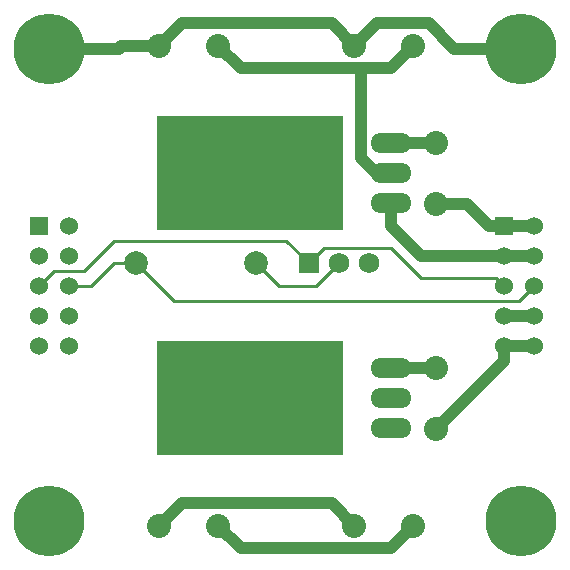
<source format=gbl>
%FSLAX36Y36*%
G04 Gerber Fmt 3.6, Leading zero omitted, Abs format (unit inch)*
G04 Created by KiCad (PCBNEW (2014-jul-16 BZR unknown)-product) date Sun 02 Nov 2014 10:36:42 PM PST*
%MOIN*%
G01*
G04 APERTURE LIST*
%ADD10C,0.003937*%
%ADD11R,0.068000X0.068000*%
%ADD12C,0.068000*%
%ADD13R,0.060000X0.060000*%
%ADD14C,0.060000*%
%ADD15C,0.080000*%
%ADD16O,0.137800X0.066900*%
%ADD17R,0.620000X0.380000*%
%ADD18C,0.078700*%
%ADD19C,0.236220*%
%ADD20C,0.040000*%
%ADD21C,0.010000*%
G04 APERTURE END LIST*
D10*
D11*
X5000000Y-4850000D03*
D12*
X5100000Y-4850000D03*
X5200000Y-4850000D03*
D13*
X4100000Y-4725000D03*
D14*
X4200000Y-4725000D03*
X4100000Y-4825000D03*
X4200000Y-4825000D03*
X4100000Y-4925000D03*
X4200000Y-4925000D03*
X4100000Y-5025000D03*
X4200000Y-5025000D03*
X4100000Y-5125000D03*
X4200000Y-5125000D03*
D15*
X4698425Y-5725000D03*
X4501575Y-5725000D03*
X5348425Y-5725000D03*
X5151575Y-5725000D03*
X4501575Y-4125000D03*
X4698425Y-4125000D03*
X5151575Y-4125000D03*
X5348425Y-4125000D03*
D13*
X5650000Y-4725000D03*
D14*
X5750000Y-4725000D03*
X5650000Y-4825000D03*
X5750000Y-4825000D03*
X5650000Y-4925000D03*
X5750000Y-4925000D03*
X5650000Y-5025000D03*
X5750000Y-5025000D03*
X5650000Y-5125000D03*
X5750000Y-5125000D03*
D16*
X5275000Y-5300000D03*
X5275000Y-5400000D03*
X5275000Y-5200000D03*
D17*
X4805000Y-5300000D03*
D16*
X5275000Y-4550000D03*
X5275000Y-4650000D03*
X5275000Y-4450000D03*
D17*
X4805000Y-4550000D03*
D18*
X4825000Y-4850000D03*
X4425000Y-4850000D03*
D15*
X5425000Y-5199500D03*
X5425000Y-5400500D03*
X5425000Y-4449500D03*
X5425000Y-4650500D03*
D19*
X5708661Y-5708661D03*
X4133858Y-5708661D03*
X5708661Y-4133858D03*
X4133858Y-4133858D03*
D20*
X4698425Y-4125000D02*
X4773425Y-4200000D01*
X5273425Y-4200000D02*
X5348425Y-4125000D01*
X5175000Y-4200000D02*
X5273425Y-4200000D01*
X4773425Y-4200000D02*
X5175000Y-4200000D01*
X5175000Y-4500000D02*
X5175000Y-4200000D01*
X5225000Y-4550000D02*
X5175000Y-4500000D01*
X5275000Y-4550000D02*
X5225000Y-4550000D01*
X5750000Y-4725000D02*
X5650000Y-4725000D01*
X5600000Y-4725000D02*
X5525500Y-4650500D01*
X5525500Y-4650500D02*
X5425000Y-4650500D01*
X5650000Y-4725000D02*
X5600000Y-4725000D01*
X5275500Y-4449500D02*
X5275000Y-4450000D01*
X5424500Y-4450000D02*
X5425000Y-4449500D01*
X5275000Y-4450000D02*
X5424500Y-4450000D01*
X5750000Y-4825000D02*
X5650000Y-4825000D01*
X4576575Y-4050000D02*
X5076575Y-4050000D01*
X5076575Y-4050000D02*
X5151575Y-4125000D01*
X4501575Y-4125000D02*
X4576575Y-4050000D01*
X4366142Y-4133858D02*
X4375000Y-4125000D01*
X4375000Y-4125000D02*
X4501575Y-4125000D01*
X4133858Y-4133858D02*
X4366142Y-4133858D01*
X5483858Y-4133858D02*
X5400000Y-4050000D01*
X5400000Y-4050000D02*
X5226575Y-4050000D01*
X5226575Y-4050000D02*
X5151575Y-4125000D01*
X5708661Y-4133858D02*
X5483858Y-4133858D01*
X5375000Y-4825000D02*
X5275000Y-4725000D01*
X5275000Y-4725000D02*
X5275000Y-4650000D01*
X5650000Y-4825000D02*
X5375000Y-4825000D01*
D21*
X4900000Y-4925000D02*
X5025000Y-4925000D01*
X5025000Y-4925000D02*
X5100000Y-4850000D01*
X4825000Y-4850000D02*
X4900000Y-4925000D01*
X5625000Y-4900000D02*
X5375000Y-4900000D01*
X5375000Y-4900000D02*
X5275000Y-4800000D01*
X5275000Y-4800000D02*
X5050000Y-4800000D01*
X5050000Y-4800000D02*
X5000000Y-4850000D01*
X5650000Y-4925000D02*
X5625000Y-4900000D01*
X4925000Y-4775000D02*
X4350000Y-4775000D01*
X4350000Y-4775000D02*
X4250000Y-4875000D01*
X4250000Y-4875000D02*
X4150000Y-4875000D01*
X4150000Y-4875000D02*
X4100000Y-4925000D01*
X5000000Y-4850000D02*
X4925000Y-4775000D01*
D20*
X5750000Y-5025000D02*
X5650000Y-5025000D01*
X4773425Y-5800000D02*
X5273425Y-5800000D01*
X5273425Y-5800000D02*
X5348425Y-5725000D01*
X4698425Y-5725000D02*
X4773425Y-5800000D01*
X5076575Y-5650000D02*
X5151575Y-5725000D01*
X4576575Y-5650000D02*
X5076575Y-5650000D01*
X4501575Y-5725000D02*
X4576575Y-5650000D01*
X5424500Y-5200000D02*
X5425000Y-5199500D01*
X5275000Y-5200000D02*
X5424500Y-5200000D01*
X5750000Y-5125000D02*
X5650000Y-5125000D01*
X5650000Y-5175500D02*
X5650000Y-5125000D01*
X5425000Y-5400500D02*
X5650000Y-5175500D01*
D21*
X4275000Y-4925000D02*
X4350000Y-4850000D01*
X4350000Y-4850000D02*
X4425000Y-4850000D01*
X4200000Y-4925000D02*
X4275000Y-4925000D01*
X4525000Y-4950000D02*
X4525000Y-4950000D01*
X4525000Y-4950000D02*
X4425000Y-4850000D01*
X5700000Y-4975000D02*
X4550000Y-4975000D01*
X4550000Y-4975000D02*
X4525000Y-4950000D01*
X5750000Y-4925000D02*
X5700000Y-4975000D01*
M02*

</source>
